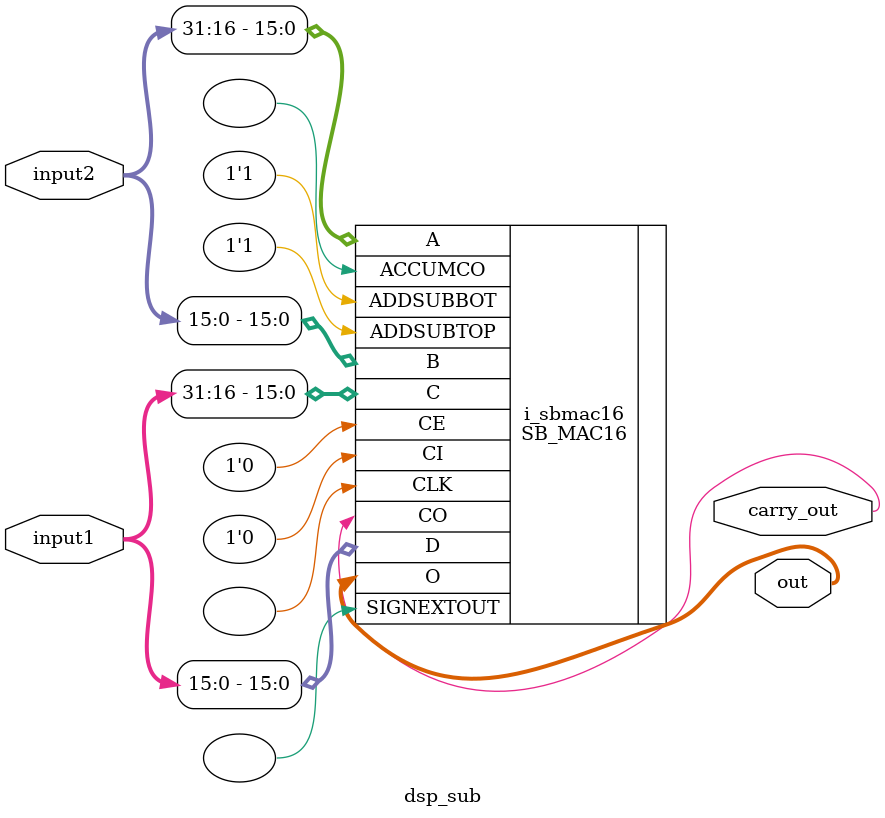
<source format=v>
module dsp_sub(input1, input2, out, carry_out);
  input [31:0] input1;
  input [31:0] input2;
  // input add_sub;
  output [31:0] out;
  output carry_out;

  // wire [31 : 0] alu_output;
	SB_MAC16 i_sbmac16
	( // port interfaces
		.A(input2[31 : 16]),
		.B(input2[15 : 0]),
		.C(input1[31 : 16]),
		.D(input1[15 : 0]),
		.O(out),
		.CLK(), // HERE
		.CE(1'b0),
		// .IRSTTOP(1'b0),
		// .IRSTBOT(1'b0),
		// .ORSTTOP(1'b0),
		// .ORSTBOT(1'b0),
		// .AHOLD(1'b0),
		// .BHOLD(1'b0),
		// .CHOLD(1'b0),
		// .DHOLD(1'b0),
		// .OHOLDTOP(1'b0),
		// .OHOLDBOT(1'b0),
		// .OLOADTOP(1'b0),
		// .OLOADBOT(1'b0),
		.ADDSUBTOP(1'b1),
		.ADDSUBBOT(1'b1),
		.CO(carry_out),
		.CI(1'b0),
		// .ACCUMCI(1'b0),
		.ACCUMCO(),
		// .SIGNEXTIN(1'b0),
		.SIGNEXTOUT()
	);
	defparam i_sbmac16.NEG_TRIGGER = 1'b0;
	defparam i_sbmac16.C_REG = 1'b0;
	defparam i_sbmac16.A_REG = 1'b0;
	defparam i_sbmac16.B_REG = 1'b0;
	defparam i_sbmac16.D_REG = 1'b0;

	defparam i_sbmac16.TOP_8x8_MULT_REG = 1'b0;
	defparam i_sbmac16.BOT_8x8_MULT_REG = 1'b0;
	defparam i_sbmac16.PIPELINE_16x16_MULT_REG1 = 1'b0;
	defparam i_sbmac16.PIPELINE_16x16_MULT_REG2 = 1'b0;

	defparam i_sbmac16.TOPOUTPUT_SELECT = 2'b00; // accum register output at O[31:16]
	defparam i_sbmac16.TOPADDSUB_LOWERINPUT = 2'b00;
	defparam i_sbmac16.TOPADDSUB_UPPERINPUT = 1'b1;
	defparam i_sbmac16.TOPADDSUB_CARRYSELECT = 2'b10;
	defparam i_sbmac16.BOTOUTPUT_SELECT = 2'b00; // accum regsiter output at O[15:0]
	defparam i_sbmac16.BOTADDSUB_LOWERINPUT = 2'b00;
	defparam i_sbmac16.BOTADDSUB_UPPERINPUT = 1'b1;
	defparam i_sbmac16.BOTADDSUB_CARRYSELECT = 2'b00;
	defparam i_sbmac16.MODE_8x8 = 1'b1;
	defparam i_sbmac16.A_SIGNED = 1'b0;
	defparam i_sbmac16.B_SIGNED = 1'b0;
endmodule
</source>
